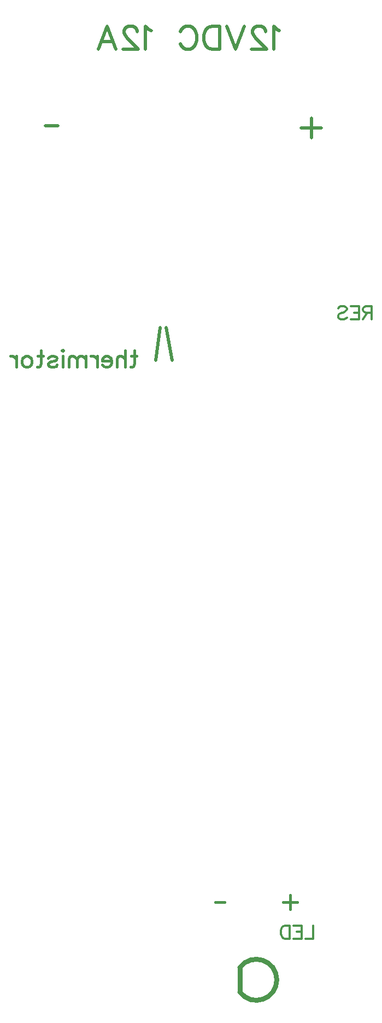
<source format=gbr>
G04 DipTrace 2.3.1.0*
%INBottomSilk_58744_REV3_BLACKPOINT.gbr*%
%MOIN*%
%ADD20C,0.02*%
%ADD23C,0.03*%
%ADD32C,0.0216*%
%ADD36C,0.0154*%
%ADD37C,0.0124*%
%FSLAX44Y44*%
G04*
G70*
G90*
G75*
G01*
%LNBotSilk*%
%LPD*%
X51869Y7122D2*
D23*
G02X51869Y5622I1000J-750D01*
G01*
Y7122D2*
Y5622D1*
X46744Y44122D2*
D20*
X46994Y46122D1*
X47744Y44122D2*
X47369Y46122D1*
X54264Y64236D2*
D32*
X54129Y64304D1*
X53928Y64504D1*
Y63099D1*
X53428Y64169D2*
Y64236D1*
X53361Y64371D1*
X53295Y64437D1*
X53160Y64504D1*
X52892D1*
X52759Y64437D1*
X52693Y64371D1*
X52625Y64236D1*
Y64103D1*
X52693Y63968D1*
X52826Y63769D1*
X53496Y63099D1*
X52558D1*
X52126Y64505D2*
X51590Y63099D1*
X51055Y64505D1*
X50623D2*
Y63099D1*
X50154D1*
X49953Y63167D1*
X49818Y63300D1*
X49751Y63434D1*
X49685Y63634D1*
Y63970D1*
X49751Y64171D1*
X49818Y64304D1*
X49953Y64439D1*
X50154Y64505D1*
X50623D1*
X48248Y64171D2*
X48315Y64304D1*
X48449Y64439D1*
X48582Y64505D1*
X48850D1*
X48985Y64439D1*
X49118Y64304D1*
X49186Y64171D1*
X49252Y63970D1*
Y63634D1*
X49186Y63434D1*
X49118Y63300D1*
X48985Y63167D1*
X48850Y63099D1*
X48582D1*
X48449Y63167D1*
X48315Y63300D1*
X48248Y63434D1*
X46455Y64236D2*
X46320Y64304D1*
X46119Y64504D1*
Y63099D1*
X45619Y64169D2*
Y64236D1*
X45552Y64371D1*
X45486Y64437D1*
X45351Y64504D1*
X45083D1*
X44950Y64437D1*
X44884Y64371D1*
X44816Y64236D1*
Y64103D1*
X44884Y63968D1*
X45017Y63769D1*
X45687Y63099D1*
X44749D1*
X43244D2*
X43781Y64505D1*
X44317Y63099D1*
X44116Y63568D2*
X43446D1*
X40768Y58426D2*
X39994D1*
X56223Y58904D2*
Y57698D1*
X56825Y58300D2*
X55619D1*
X54925Y11538D2*
D36*
Y10677D1*
X55355Y11107D2*
X54494D1*
X50922D2*
X50369D1*
X56340Y9678D2*
D37*
Y8874D1*
X55881D1*
X55137Y9678D2*
X55634D1*
Y8874D1*
X55137D1*
X55634Y9295D2*
X55328D1*
X54890Y9678D2*
Y8874D1*
X54622D1*
X54507Y8913D1*
X54430Y8989D1*
X54392Y9066D1*
X54354Y9180D1*
Y9372D1*
X54392Y9487D1*
X54430Y9563D1*
X54507Y9640D1*
X54622Y9678D1*
X54890D1*
X59917Y47045D2*
X59573D1*
X59458Y47084D1*
X59419Y47122D1*
X59381Y47198D1*
Y47275D1*
X59419Y47351D1*
X59458Y47390D1*
X59573Y47428D1*
X59917D1*
Y46624D1*
X59649Y47045D2*
X59381Y46624D1*
X58637Y47428D2*
X59134D1*
Y46624D1*
X58637D1*
X59134Y47045D2*
X58828D1*
X57854Y47313D2*
X57930Y47390D1*
X58045Y47428D1*
X58198D1*
X58313Y47390D1*
X58390Y47313D1*
Y47237D1*
X58351Y47160D1*
X58313Y47122D1*
X58237Y47084D1*
X58007Y47007D1*
X57930Y46969D1*
X57892Y46930D1*
X57854Y46854D1*
Y46739D1*
X57930Y46663D1*
X58045Y46624D1*
X58198D1*
X58313Y46663D1*
X58390Y46739D1*
X45435Y44735D2*
D36*
Y43922D1*
X45387Y43779D1*
X45291Y43730D1*
X45196D1*
X45578Y44400D2*
X45244D1*
X44887Y44735D2*
Y43730D1*
Y44209D2*
X44743Y44353D1*
X44647Y44400D1*
X44504D1*
X44409Y44353D1*
X44361Y44209D1*
Y43730D1*
X44052Y44113D2*
X43479D1*
Y44209D1*
X43526Y44305D1*
X43574Y44353D1*
X43670Y44400D1*
X43813D1*
X43909Y44353D1*
X44005Y44256D1*
X44052Y44113D1*
Y44018D1*
X44005Y43874D1*
X43909Y43779D1*
X43813Y43730D1*
X43670D1*
X43574Y43779D1*
X43479Y43874D1*
X43170Y44400D2*
Y43730D1*
Y44113D2*
X43121Y44256D1*
X43026Y44353D1*
X42930Y44400D1*
X42786D1*
X42477D2*
Y43730D1*
Y44209D2*
X42334Y44353D1*
X42238Y44400D1*
X42095D1*
X41999Y44353D1*
X41951Y44209D1*
Y43730D1*
Y44209D2*
X41808Y44353D1*
X41711Y44400D1*
X41569D1*
X41473Y44353D1*
X41424Y44209D1*
Y43730D1*
X41115Y44735D2*
X41068Y44688D1*
X41019Y44735D1*
X41068Y44784D1*
X41115Y44735D1*
X41068Y44400D2*
Y43730D1*
X40184Y44256D2*
X40232Y44353D1*
X40375Y44400D1*
X40519D1*
X40663Y44353D1*
X40710Y44256D1*
X40663Y44161D1*
X40567Y44113D1*
X40328Y44065D1*
X40232Y44018D1*
X40184Y43922D1*
Y43874D1*
X40232Y43779D1*
X40375Y43730D1*
X40519D1*
X40663Y43779D1*
X40710Y43874D1*
X39732Y44735D2*
Y43922D1*
X39684Y43779D1*
X39588Y43730D1*
X39493D1*
X39875Y44400D2*
X39540D1*
X38945D2*
X39040Y44353D1*
X39136Y44256D1*
X39184Y44113D1*
Y44018D1*
X39136Y43874D1*
X39040Y43779D1*
X38945Y43730D1*
X38802D1*
X38705Y43779D1*
X38610Y43874D1*
X38562Y44018D1*
Y44113D1*
X38610Y44256D1*
X38705Y44353D1*
X38802Y44400D1*
X38945D1*
X38253D2*
Y43730D1*
Y44113D2*
X38204Y44256D1*
X38109Y44353D1*
X38013Y44400D1*
X37869D1*
M02*

</source>
